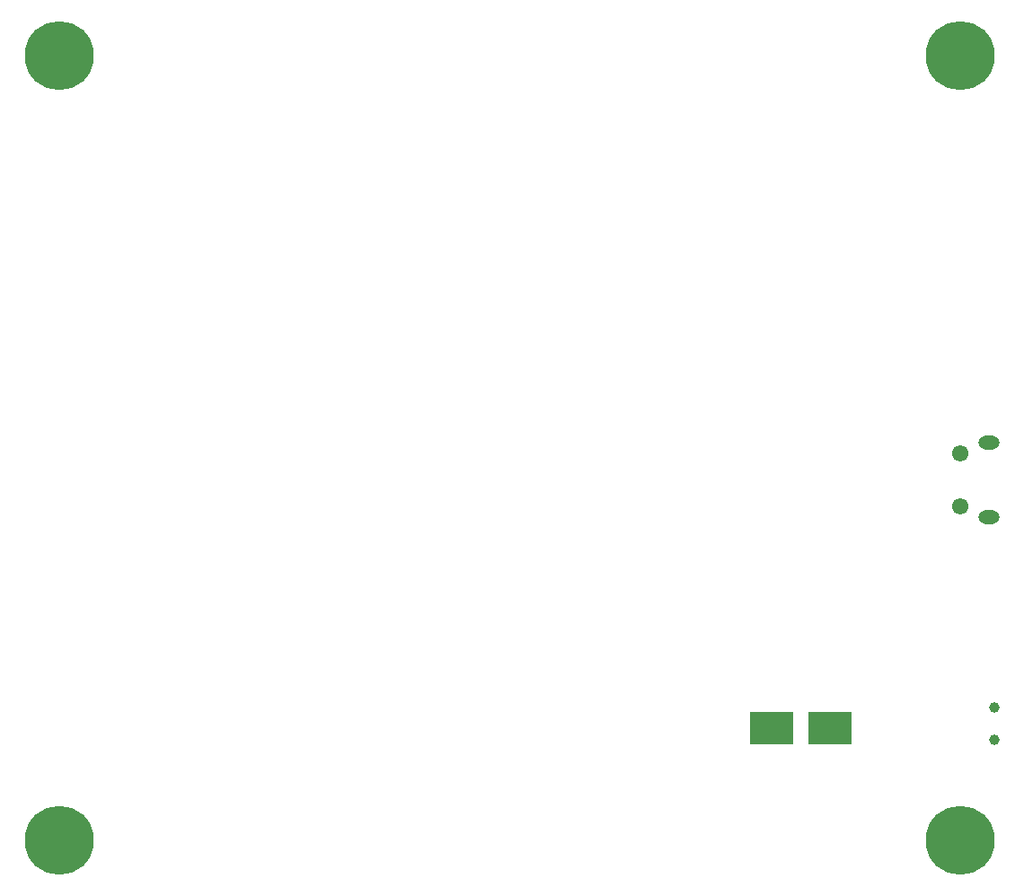
<source format=gbr>
%TF.GenerationSoftware,KiCad,Pcbnew,(5.1.6)-1*%
%TF.CreationDate,2020-08-30T19:00:44+08:00*%
%TF.ProjectId,tftesp8266,74667465-7370-4383-9236-362e6b696361,rev?*%
%TF.SameCoordinates,Original*%
%TF.FileFunction,Soldermask,Bot*%
%TF.FilePolarity,Negative*%
%FSLAX46Y46*%
G04 Gerber Fmt 4.6, Leading zero omitted, Abs format (unit mm)*
G04 Created by KiCad (PCBNEW (5.1.6)-1) date 2020-08-30 19:00:44*
%MOMM*%
%LPD*%
G01*
G04 APERTURE LIST*
%ADD10C,0.900000*%
%ADD11C,6.500000*%
%ADD12C,1.000000*%
%ADD13R,4.100000X3.100000*%
%ADD14O,2.000000X1.300000*%
%ADD15C,1.550000*%
G04 APERTURE END LIST*
D10*
%TO.C,REF\u002A\u002A*%
X188697056Y-121302944D03*
X187000000Y-120600000D03*
X185302944Y-121302944D03*
X184600000Y-123000000D03*
X185302944Y-124697056D03*
X187000000Y-125400000D03*
X188697056Y-124697056D03*
X189400000Y-123000000D03*
D11*
X187000000Y-123000000D03*
%TD*%
D10*
%TO.C,REF\u002A\u002A*%
X103697056Y-121302944D03*
X102000000Y-120600000D03*
X100302944Y-121302944D03*
X99600000Y-123000000D03*
X100302944Y-124697056D03*
X102000000Y-125400000D03*
X103697056Y-124697056D03*
X104400000Y-123000000D03*
D11*
X102000000Y-123000000D03*
%TD*%
D10*
%TO.C,REF\u002A\u002A*%
X188697056Y-47302944D03*
X187000000Y-46600000D03*
X185302944Y-47302944D03*
X184600000Y-49000000D03*
X185302944Y-50697056D03*
X187000000Y-51400000D03*
X188697056Y-50697056D03*
X189400000Y-49000000D03*
D11*
X187000000Y-49000000D03*
%TD*%
D10*
%TO.C,REF\u002A\u002A*%
X103697056Y-47302944D03*
X102000000Y-46600000D03*
X100302944Y-47302944D03*
X99600000Y-49000000D03*
X100302944Y-50697056D03*
X102000000Y-51400000D03*
X103697056Y-50697056D03*
X104400000Y-49000000D03*
D11*
X102000000Y-49000000D03*
%TD*%
D12*
%TO.C,SW3*%
X190200000Y-110500000D03*
X190200000Y-113500000D03*
%TD*%
D13*
%TO.C,BT1*%
X169200000Y-112400000D03*
X174700000Y-112400000D03*
%TD*%
D14*
%TO.C,J1*%
X189637500Y-85500000D03*
X189637500Y-92500000D03*
D15*
X186937500Y-86500000D03*
X186937500Y-91500000D03*
%TD*%
M02*

</source>
